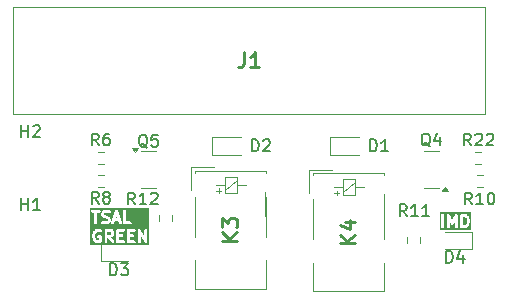
<source format=gbr>
%TF.GenerationSoftware,KiCad,Pcbnew,9.0.1*%
%TF.CreationDate,2025-06-14T22:11:49+02:00*%
%TF.ProjectId,PUTM_EV_CART_INDICATOR,5055544d-5f45-4565-9f43-4152545f494e,rev?*%
%TF.SameCoordinates,Original*%
%TF.FileFunction,Legend,Top*%
%TF.FilePolarity,Positive*%
%FSLAX46Y46*%
G04 Gerber Fmt 4.6, Leading zero omitted, Abs format (unit mm)*
G04 Created by KiCad (PCBNEW 9.0.1) date 2025-06-14 22:11:49*
%MOMM*%
%LPD*%
G01*
G04 APERTURE LIST*
%ADD10C,0.250000*%
%ADD11C,0.150000*%
%ADD12C,0.254000*%
%ADD13C,0.120000*%
%ADD14C,0.100000*%
G04 APERTURE END LIST*
D10*
G36*
X121835044Y-78021491D02*
G01*
X121895072Y-78081519D01*
X121927483Y-78146342D01*
X121968043Y-78308579D01*
X121968043Y-78420658D01*
X121927483Y-78582894D01*
X121895073Y-78647715D01*
X121835043Y-78707746D01*
X121739427Y-78739619D01*
X121646615Y-78739619D01*
X121646615Y-77989619D01*
X121739427Y-77989619D01*
X121835044Y-78021491D01*
G37*
G36*
X122343043Y-79114619D02*
G01*
X119652568Y-79114619D01*
X119652568Y-77864619D01*
X119777568Y-77864619D01*
X119777568Y-78864619D01*
X119779970Y-78889005D01*
X119798634Y-78934065D01*
X119833122Y-78968553D01*
X119878182Y-78987217D01*
X119926954Y-78987217D01*
X119972014Y-78968553D01*
X120006502Y-78934065D01*
X120025166Y-78889005D01*
X120027568Y-78864619D01*
X120027568Y-77864619D01*
X120253758Y-77864619D01*
X120253758Y-78864619D01*
X120256160Y-78889005D01*
X120274824Y-78934065D01*
X120309312Y-78968553D01*
X120354372Y-78987217D01*
X120403144Y-78987217D01*
X120448204Y-78968553D01*
X120482692Y-78934065D01*
X120501356Y-78889005D01*
X120503758Y-78864619D01*
X120503758Y-78428065D01*
X120598818Y-78631765D01*
X120604107Y-78640694D01*
X120605208Y-78643720D01*
X120607167Y-78645860D01*
X120611307Y-78652847D01*
X120625315Y-78665675D01*
X120638148Y-78679688D01*
X120643180Y-78682036D01*
X120647276Y-78685787D01*
X120665126Y-78692278D01*
X120682344Y-78700313D01*
X120687893Y-78700556D01*
X120693113Y-78702455D01*
X120712091Y-78701620D01*
X120731070Y-78702455D01*
X120736289Y-78700556D01*
X120741838Y-78700313D01*
X120759051Y-78692279D01*
X120776907Y-78685787D01*
X120781003Y-78682035D01*
X120786034Y-78679688D01*
X120798864Y-78665677D01*
X120812875Y-78652847D01*
X120817014Y-78645860D01*
X120818974Y-78643720D01*
X120820074Y-78640694D01*
X120825364Y-78631765D01*
X120920424Y-78428064D01*
X120920424Y-78864619D01*
X120922826Y-78889005D01*
X120941490Y-78934065D01*
X120975978Y-78968553D01*
X121021038Y-78987217D01*
X121069810Y-78987217D01*
X121114870Y-78968553D01*
X121149358Y-78934065D01*
X121168022Y-78889005D01*
X121170424Y-78864619D01*
X121170424Y-77864619D01*
X121396615Y-77864619D01*
X121396615Y-78864619D01*
X121399017Y-78889005D01*
X121417681Y-78934065D01*
X121452169Y-78968553D01*
X121497229Y-78987217D01*
X121521615Y-78989619D01*
X121759710Y-78989619D01*
X121772053Y-78988403D01*
X121775344Y-78988637D01*
X121779673Y-78987652D01*
X121784096Y-78987217D01*
X121787147Y-78985953D01*
X121799238Y-78983204D01*
X121942095Y-78935586D01*
X121964470Y-78925595D01*
X121967862Y-78922652D01*
X121972014Y-78920933D01*
X121990956Y-78905388D01*
X122086194Y-78810149D01*
X122094062Y-78800560D01*
X122096554Y-78798400D01*
X122098918Y-78794643D01*
X122101739Y-78791207D01*
X122103003Y-78788155D01*
X122109608Y-78777663D01*
X122157227Y-78682425D01*
X122157910Y-78680639D01*
X122158447Y-78679915D01*
X122162102Y-78669685D01*
X122165985Y-78659539D01*
X122166048Y-78658639D01*
X122166692Y-78656840D01*
X122214311Y-78466364D01*
X122214936Y-78462134D01*
X122215641Y-78460433D01*
X122216545Y-78451253D01*
X122217895Y-78442124D01*
X122217623Y-78440301D01*
X122218043Y-78436047D01*
X122218043Y-78293190D01*
X122217623Y-78288935D01*
X122217895Y-78287113D01*
X122216545Y-78277983D01*
X122215641Y-78268804D01*
X122214936Y-78267102D01*
X122214311Y-78262873D01*
X122166692Y-78072397D01*
X122166048Y-78070597D01*
X122165985Y-78069698D01*
X122162102Y-78059551D01*
X122158447Y-78049322D01*
X122157910Y-78048597D01*
X122157227Y-78046812D01*
X122109608Y-77951574D01*
X122103000Y-77941077D01*
X122101738Y-77938030D01*
X122098921Y-77934598D01*
X122096554Y-77930837D01*
X122094059Y-77928673D01*
X122086193Y-77919088D01*
X121990955Y-77823850D01*
X121972013Y-77808305D01*
X121967863Y-77806586D01*
X121964470Y-77803643D01*
X121942095Y-77793652D01*
X121799238Y-77746034D01*
X121787147Y-77743284D01*
X121784096Y-77742021D01*
X121779673Y-77741585D01*
X121775344Y-77740601D01*
X121772053Y-77740834D01*
X121759710Y-77739619D01*
X121521615Y-77739619D01*
X121497229Y-77742021D01*
X121452169Y-77760685D01*
X121417681Y-77795173D01*
X121399017Y-77840233D01*
X121396615Y-77864619D01*
X121170424Y-77864619D01*
X121168845Y-77848591D01*
X121168975Y-77845640D01*
X121168398Y-77844054D01*
X121168022Y-77840233D01*
X121159722Y-77820196D01*
X121152307Y-77799803D01*
X121150424Y-77797747D01*
X121149358Y-77795173D01*
X121134020Y-77779835D01*
X121119367Y-77763835D01*
X121116841Y-77762656D01*
X121114870Y-77760685D01*
X121094831Y-77752384D01*
X121075171Y-77743210D01*
X121072384Y-77743087D01*
X121069810Y-77742021D01*
X121048124Y-77742021D01*
X121026446Y-77741068D01*
X121023825Y-77742021D01*
X121021038Y-77742021D01*
X121000994Y-77750323D01*
X120980609Y-77757736D01*
X120978553Y-77759618D01*
X120975978Y-77760685D01*
X120960635Y-77776027D01*
X120944640Y-77790676D01*
X120942682Y-77793980D01*
X120941490Y-77795173D01*
X120940360Y-77797900D01*
X120932151Y-77811758D01*
X120712090Y-78283315D01*
X120492031Y-77811758D01*
X120483821Y-77797900D01*
X120482692Y-77795173D01*
X120481499Y-77793980D01*
X120479542Y-77790676D01*
X120463541Y-77776022D01*
X120448204Y-77760685D01*
X120445629Y-77759618D01*
X120443574Y-77757736D01*
X120423180Y-77750320D01*
X120403144Y-77742021D01*
X120400358Y-77742021D01*
X120397737Y-77741068D01*
X120376058Y-77742021D01*
X120354372Y-77742021D01*
X120351797Y-77743087D01*
X120349011Y-77743210D01*
X120329350Y-77752384D01*
X120309312Y-77760685D01*
X120307340Y-77762656D01*
X120304815Y-77763835D01*
X120290161Y-77779835D01*
X120274824Y-77795173D01*
X120273757Y-77797747D01*
X120271875Y-77799803D01*
X120264459Y-77820196D01*
X120256160Y-77840233D01*
X120255783Y-77844054D01*
X120255207Y-77845640D01*
X120255336Y-77848591D01*
X120253758Y-77864619D01*
X120027568Y-77864619D01*
X120025166Y-77840233D01*
X120006502Y-77795173D01*
X119972014Y-77760685D01*
X119926954Y-77742021D01*
X119878182Y-77742021D01*
X119833122Y-77760685D01*
X119798634Y-77795173D01*
X119779970Y-77840233D01*
X119777568Y-77864619D01*
X119652568Y-77864619D01*
X119652568Y-77614619D01*
X122343043Y-77614619D01*
X122343043Y-79114619D01*
G37*
G36*
X91804713Y-79279969D02*
G01*
X91823645Y-79298902D01*
X91848996Y-79349603D01*
X91848996Y-79433443D01*
X91823645Y-79484144D01*
X91804713Y-79503077D01*
X91754012Y-79528428D01*
X91527568Y-79528428D01*
X91527568Y-79254619D01*
X91754012Y-79254619D01*
X91804713Y-79279969D01*
G37*
G36*
X92371997Y-78108960D02*
G01*
X92242663Y-78108960D01*
X92307329Y-77914959D01*
X92371997Y-78108960D01*
G37*
G36*
X95033520Y-80379619D02*
G01*
X90012113Y-80379619D01*
X90012113Y-79558190D01*
X90229949Y-79558190D01*
X90229949Y-79701047D01*
X90230368Y-79705301D01*
X90230097Y-79707123D01*
X90231446Y-79716251D01*
X90232351Y-79725433D01*
X90233055Y-79727134D01*
X90233681Y-79731364D01*
X90281300Y-79921840D01*
X90281943Y-79923639D01*
X90282007Y-79924539D01*
X90285889Y-79934685D01*
X90289545Y-79944915D01*
X90290081Y-79945639D01*
X90290765Y-79947425D01*
X90338383Y-80042662D01*
X90344989Y-80053156D01*
X90346253Y-80056207D01*
X90349073Y-80059643D01*
X90351438Y-80063400D01*
X90353929Y-80065560D01*
X90361798Y-80075149D01*
X90457036Y-80170388D01*
X90475978Y-80185933D01*
X90480129Y-80187652D01*
X90483522Y-80190595D01*
X90505897Y-80200585D01*
X90648753Y-80248204D01*
X90660846Y-80250953D01*
X90663896Y-80252217D01*
X90668317Y-80252652D01*
X90672647Y-80253637D01*
X90675938Y-80253403D01*
X90688282Y-80254619D01*
X90783520Y-80254619D01*
X90795863Y-80253403D01*
X90799154Y-80253637D01*
X90803483Y-80252652D01*
X90807906Y-80252217D01*
X90810957Y-80250953D01*
X90823048Y-80248204D01*
X90965905Y-80200586D01*
X90988280Y-80190595D01*
X90991672Y-80187652D01*
X90995824Y-80185933D01*
X91014766Y-80170387D01*
X91062385Y-80122768D01*
X91077925Y-80103830D01*
X91077930Y-80103826D01*
X91096594Y-80058766D01*
X91098996Y-80034380D01*
X91098996Y-79701047D01*
X91096594Y-79676661D01*
X91077930Y-79631601D01*
X91043442Y-79597113D01*
X90998382Y-79578449D01*
X90973996Y-79576047D01*
X90783520Y-79576047D01*
X90759134Y-79578449D01*
X90714074Y-79597113D01*
X90679586Y-79631601D01*
X90660922Y-79676661D01*
X90660922Y-79725433D01*
X90679586Y-79770493D01*
X90714074Y-79804981D01*
X90759134Y-79823645D01*
X90783520Y-79826047D01*
X90848996Y-79826047D01*
X90848996Y-79976032D01*
X90763237Y-80004619D01*
X90708568Y-80004619D01*
X90612949Y-79972746D01*
X90552918Y-79912715D01*
X90520508Y-79847896D01*
X90479949Y-79685658D01*
X90479949Y-79573579D01*
X90520508Y-79411341D01*
X90552919Y-79346520D01*
X90612947Y-79286491D01*
X90708568Y-79254619D01*
X90801631Y-79254619D01*
X90870475Y-79289041D01*
X90893361Y-79297799D01*
X90942010Y-79301256D01*
X90988281Y-79285833D01*
X91025126Y-79253877D01*
X91046937Y-79210254D01*
X91050395Y-79161604D01*
X91039734Y-79129619D01*
X91277568Y-79129619D01*
X91277568Y-80129619D01*
X91279970Y-80154005D01*
X91298634Y-80199065D01*
X91333122Y-80233553D01*
X91378182Y-80252217D01*
X91426954Y-80252217D01*
X91472014Y-80233553D01*
X91506502Y-80199065D01*
X91525166Y-80154005D01*
X91527568Y-80129619D01*
X91527568Y-79778428D01*
X91575581Y-79778428D01*
X91871592Y-80201302D01*
X91887544Y-80219902D01*
X91928675Y-80246114D01*
X91976706Y-80254590D01*
X92024324Y-80244040D01*
X92064279Y-80216071D01*
X92090491Y-80174941D01*
X92098967Y-80126909D01*
X92088417Y-80079292D01*
X92076400Y-80057936D01*
X91863188Y-79753347D01*
X91934659Y-79717613D01*
X91945157Y-79711003D01*
X91948204Y-79709742D01*
X91951635Y-79706926D01*
X91955397Y-79704558D01*
X91957560Y-79702063D01*
X91967146Y-79694197D01*
X92014765Y-79646579D01*
X92022634Y-79636990D01*
X92025126Y-79634829D01*
X92027491Y-79631071D01*
X92030310Y-79627637D01*
X92031573Y-79624586D01*
X92038180Y-79614092D01*
X92085799Y-79518854D01*
X92094557Y-79495968D01*
X92094875Y-79491487D01*
X92096594Y-79487338D01*
X92098996Y-79462952D01*
X92098996Y-79320095D01*
X92096594Y-79295709D01*
X92094875Y-79291559D01*
X92094557Y-79287079D01*
X92085799Y-79264193D01*
X92038180Y-79168955D01*
X92031573Y-79158460D01*
X92030310Y-79155410D01*
X92027491Y-79151975D01*
X92025126Y-79148218D01*
X92022634Y-79146056D01*
X92014765Y-79136468D01*
X92007916Y-79129619D01*
X92277568Y-79129619D01*
X92277568Y-80129619D01*
X92279970Y-80154005D01*
X92298634Y-80199065D01*
X92333122Y-80233553D01*
X92378182Y-80252217D01*
X92402568Y-80254619D01*
X92878758Y-80254619D01*
X92903144Y-80252217D01*
X92948204Y-80233553D01*
X92982692Y-80199065D01*
X93001356Y-80154005D01*
X93001356Y-80105233D01*
X92982692Y-80060173D01*
X92948204Y-80025685D01*
X92903144Y-80007021D01*
X92878758Y-80004619D01*
X92527568Y-80004619D01*
X92527568Y-79730809D01*
X92735901Y-79730809D01*
X92760287Y-79728407D01*
X92805347Y-79709743D01*
X92839835Y-79675255D01*
X92858499Y-79630195D01*
X92858499Y-79581423D01*
X92839835Y-79536363D01*
X92805347Y-79501875D01*
X92760287Y-79483211D01*
X92735901Y-79480809D01*
X92527568Y-79480809D01*
X92527568Y-79254619D01*
X92878758Y-79254619D01*
X92903144Y-79252217D01*
X92948204Y-79233553D01*
X92982692Y-79199065D01*
X93001356Y-79154005D01*
X93001356Y-79129619D01*
X93182330Y-79129619D01*
X93182330Y-80129619D01*
X93184732Y-80154005D01*
X93203396Y-80199065D01*
X93237884Y-80233553D01*
X93282944Y-80252217D01*
X93307330Y-80254619D01*
X93783520Y-80254619D01*
X93807906Y-80252217D01*
X93852966Y-80233553D01*
X93887454Y-80199065D01*
X93906118Y-80154005D01*
X93906118Y-80105233D01*
X93887454Y-80060173D01*
X93852966Y-80025685D01*
X93807906Y-80007021D01*
X93783520Y-80004619D01*
X93432330Y-80004619D01*
X93432330Y-79730809D01*
X93640663Y-79730809D01*
X93665049Y-79728407D01*
X93710109Y-79709743D01*
X93744597Y-79675255D01*
X93763261Y-79630195D01*
X93763261Y-79581423D01*
X93744597Y-79536363D01*
X93710109Y-79501875D01*
X93665049Y-79483211D01*
X93640663Y-79480809D01*
X93432330Y-79480809D01*
X93432330Y-79254619D01*
X93783520Y-79254619D01*
X93807906Y-79252217D01*
X93852966Y-79233553D01*
X93887454Y-79199065D01*
X93906118Y-79154005D01*
X93906118Y-79129619D01*
X94087092Y-79129619D01*
X94087092Y-80129619D01*
X94089494Y-80154005D01*
X94108158Y-80199065D01*
X94142646Y-80233553D01*
X94187706Y-80252217D01*
X94236478Y-80252217D01*
X94281538Y-80233553D01*
X94316026Y-80199065D01*
X94334690Y-80154005D01*
X94337092Y-80129619D01*
X94337092Y-79600313D01*
X94674990Y-80191636D01*
X94678636Y-80196773D01*
X94679586Y-80199065D01*
X94681920Y-80201399D01*
X94689174Y-80211618D01*
X94702318Y-80221797D01*
X94714074Y-80233553D01*
X94721434Y-80236601D01*
X94727735Y-80241481D01*
X94743776Y-80245855D01*
X94759134Y-80252217D01*
X94767101Y-80252217D01*
X94774790Y-80254314D01*
X94791285Y-80252217D01*
X94807906Y-80252217D01*
X94815266Y-80249168D01*
X94823173Y-80248163D01*
X94837607Y-80239914D01*
X94852966Y-80233553D01*
X94858600Y-80227918D01*
X94865519Y-80223965D01*
X94875698Y-80210820D01*
X94887454Y-80199065D01*
X94890502Y-80191704D01*
X94895382Y-80185404D01*
X94899757Y-80169361D01*
X94906118Y-80154005D01*
X94907346Y-80141535D01*
X94908215Y-80138350D01*
X94907902Y-80135890D01*
X94908520Y-80129619D01*
X94908520Y-79129619D01*
X94906118Y-79105233D01*
X94887454Y-79060173D01*
X94852966Y-79025685D01*
X94807906Y-79007021D01*
X94759134Y-79007021D01*
X94714074Y-79025685D01*
X94679586Y-79060173D01*
X94660922Y-79105233D01*
X94658520Y-79129619D01*
X94658520Y-79658923D01*
X94320622Y-79067602D01*
X94316975Y-79062464D01*
X94316026Y-79060173D01*
X94313691Y-79057838D01*
X94306438Y-79047620D01*
X94293293Y-79037440D01*
X94281538Y-79025685D01*
X94274177Y-79022636D01*
X94267877Y-79017757D01*
X94251835Y-79013382D01*
X94236478Y-79007021D01*
X94228511Y-79007021D01*
X94220822Y-79004924D01*
X94204327Y-79007021D01*
X94187706Y-79007021D01*
X94180345Y-79010069D01*
X94172439Y-79011075D01*
X94158004Y-79019323D01*
X94142646Y-79025685D01*
X94137011Y-79031319D01*
X94130093Y-79035273D01*
X94119913Y-79048417D01*
X94108158Y-79060173D01*
X94105109Y-79067533D01*
X94100230Y-79073834D01*
X94095855Y-79089875D01*
X94089494Y-79105233D01*
X94088265Y-79117704D01*
X94087397Y-79120889D01*
X94087709Y-79123348D01*
X94087092Y-79129619D01*
X93906118Y-79129619D01*
X93906118Y-79105233D01*
X93887454Y-79060173D01*
X93852966Y-79025685D01*
X93807906Y-79007021D01*
X93783520Y-79004619D01*
X93307330Y-79004619D01*
X93282944Y-79007021D01*
X93237884Y-79025685D01*
X93203396Y-79060173D01*
X93184732Y-79105233D01*
X93182330Y-79129619D01*
X93001356Y-79129619D01*
X93001356Y-79105233D01*
X92982692Y-79060173D01*
X92948204Y-79025685D01*
X92903144Y-79007021D01*
X92878758Y-79004619D01*
X92402568Y-79004619D01*
X92378182Y-79007021D01*
X92333122Y-79025685D01*
X92298634Y-79060173D01*
X92279970Y-79105233D01*
X92277568Y-79129619D01*
X92007916Y-79129619D01*
X91967146Y-79088850D01*
X91957560Y-79080983D01*
X91955397Y-79078489D01*
X91951635Y-79076120D01*
X91948204Y-79073305D01*
X91945157Y-79072043D01*
X91934659Y-79065434D01*
X91839422Y-79017816D01*
X91816536Y-79009058D01*
X91812054Y-79008739D01*
X91807906Y-79007021D01*
X91783520Y-79004619D01*
X91402568Y-79004619D01*
X91378182Y-79007021D01*
X91333122Y-79025685D01*
X91298634Y-79060173D01*
X91279970Y-79105233D01*
X91277568Y-79129619D01*
X91039734Y-79129619D01*
X91034972Y-79115334D01*
X91003016Y-79078489D01*
X90982278Y-79065434D01*
X90887041Y-79017816D01*
X90864155Y-79009058D01*
X90859673Y-79008739D01*
X90855525Y-79007021D01*
X90831139Y-79004619D01*
X90688282Y-79004619D01*
X90675938Y-79005834D01*
X90672647Y-79005601D01*
X90668317Y-79006585D01*
X90663896Y-79007021D01*
X90660846Y-79008284D01*
X90648753Y-79011034D01*
X90505897Y-79058653D01*
X90483522Y-79068643D01*
X90480128Y-79071586D01*
X90475979Y-79073305D01*
X90457037Y-79088850D01*
X90361799Y-79184088D01*
X90353932Y-79193673D01*
X90351438Y-79195837D01*
X90349069Y-79199598D01*
X90346254Y-79203030D01*
X90344992Y-79206076D01*
X90338383Y-79216575D01*
X90290765Y-79311812D01*
X90290081Y-79313597D01*
X90289545Y-79314322D01*
X90285889Y-79324551D01*
X90282007Y-79334698D01*
X90281943Y-79335597D01*
X90281300Y-79337397D01*
X90233681Y-79527873D01*
X90233055Y-79532102D01*
X90232351Y-79533804D01*
X90231446Y-79542985D01*
X90230097Y-79552114D01*
X90230368Y-79553935D01*
X90229949Y-79558190D01*
X90012113Y-79558190D01*
X90012113Y-77495289D01*
X90137113Y-77495289D01*
X90137113Y-77544061D01*
X90155777Y-77589121D01*
X90190265Y-77623609D01*
X90235325Y-77642273D01*
X90259711Y-77644675D01*
X90420425Y-77644675D01*
X90420425Y-78519675D01*
X90422827Y-78544061D01*
X90441491Y-78589121D01*
X90475979Y-78623609D01*
X90521039Y-78642273D01*
X90569811Y-78642273D01*
X90614871Y-78623609D01*
X90649359Y-78589121D01*
X90668023Y-78544061D01*
X90670425Y-78519675D01*
X90670425Y-77710151D01*
X90991854Y-77710151D01*
X90991854Y-77805389D01*
X90994256Y-77829775D01*
X90995974Y-77833923D01*
X90996293Y-77838405D01*
X91005051Y-77861291D01*
X91052669Y-77956528D01*
X91059278Y-77967026D01*
X91060540Y-77970073D01*
X91063355Y-77973504D01*
X91065724Y-77977266D01*
X91068218Y-77979429D01*
X91076085Y-77989015D01*
X91123703Y-78036634D01*
X91133291Y-78044503D01*
X91135453Y-78046995D01*
X91139210Y-78049360D01*
X91142645Y-78052179D01*
X91145695Y-78053442D01*
X91156190Y-78060049D01*
X91251428Y-78107668D01*
X91253213Y-78108351D01*
X91253938Y-78108888D01*
X91264167Y-78112543D01*
X91274314Y-78116426D01*
X91275213Y-78116489D01*
X91277013Y-78117133D01*
X91454179Y-78161424D01*
X91518999Y-78193834D01*
X91537931Y-78212767D01*
X91563282Y-78263468D01*
X91563282Y-78299689D01*
X91537930Y-78350392D01*
X91518999Y-78369324D01*
X91468298Y-78394675D01*
X91279997Y-78394675D01*
X91156382Y-78353471D01*
X91132488Y-78348038D01*
X91083839Y-78351495D01*
X91040214Y-78373307D01*
X91008259Y-78410153D01*
X90992836Y-78456422D01*
X90996293Y-78505071D01*
X91018105Y-78548696D01*
X91054951Y-78580651D01*
X91077326Y-78590641D01*
X91220182Y-78638260D01*
X91232275Y-78641009D01*
X91235325Y-78642273D01*
X91239746Y-78642708D01*
X91244076Y-78643693D01*
X91247367Y-78643459D01*
X91259711Y-78644675D01*
X91497806Y-78644675D01*
X91522192Y-78642273D01*
X91526340Y-78640554D01*
X91530822Y-78640236D01*
X91553708Y-78631478D01*
X91648945Y-78583860D01*
X91659441Y-78577252D01*
X91662491Y-78575989D01*
X91665924Y-78573170D01*
X91669683Y-78570805D01*
X91671845Y-78568311D01*
X91681433Y-78560443D01*
X91729052Y-78512824D01*
X91736258Y-78504041D01*
X91849979Y-78504041D01*
X91853436Y-78552690D01*
X91875248Y-78596315D01*
X91912094Y-78628270D01*
X91958363Y-78643693D01*
X92007012Y-78640236D01*
X92050637Y-78618424D01*
X92082592Y-78581578D01*
X92092582Y-78559203D01*
X92159330Y-78358960D01*
X92455330Y-78358960D01*
X92522077Y-78559203D01*
X92532068Y-78581578D01*
X92564023Y-78618424D01*
X92607647Y-78640236D01*
X92656297Y-78643693D01*
X92702566Y-78628270D01*
X92739412Y-78596314D01*
X92761224Y-78552690D01*
X92764681Y-78504040D01*
X92759248Y-78480146D01*
X92439091Y-77519675D01*
X92848997Y-77519675D01*
X92848997Y-78519675D01*
X92851399Y-78544061D01*
X92870063Y-78589121D01*
X92904551Y-78623609D01*
X92949611Y-78642273D01*
X92973997Y-78644675D01*
X93450187Y-78644675D01*
X93474573Y-78642273D01*
X93519633Y-78623609D01*
X93554121Y-78589121D01*
X93572785Y-78544061D01*
X93572785Y-78495289D01*
X93554121Y-78450229D01*
X93519633Y-78415741D01*
X93474573Y-78397077D01*
X93450187Y-78394675D01*
X93098997Y-78394675D01*
X93098997Y-77519675D01*
X93096595Y-77495289D01*
X93077931Y-77450229D01*
X93043443Y-77415741D01*
X92998383Y-77397077D01*
X92949611Y-77397077D01*
X92904551Y-77415741D01*
X92870063Y-77450229D01*
X92851399Y-77495289D01*
X92848997Y-77519675D01*
X92439091Y-77519675D01*
X92425915Y-77480147D01*
X92415925Y-77457772D01*
X92410073Y-77451024D01*
X92406079Y-77443036D01*
X92394241Y-77432769D01*
X92383970Y-77420926D01*
X92375978Y-77416930D01*
X92369233Y-77411080D01*
X92354365Y-77406124D01*
X92340345Y-77399114D01*
X92331435Y-77398480D01*
X92322964Y-77395657D01*
X92307329Y-77396767D01*
X92291696Y-77395657D01*
X92283224Y-77398480D01*
X92274314Y-77399114D01*
X92260292Y-77406125D01*
X92245427Y-77411080D01*
X92238681Y-77416930D01*
X92230690Y-77420926D01*
X92220421Y-77432766D01*
X92208581Y-77443035D01*
X92204585Y-77451025D01*
X92198735Y-77457772D01*
X92188744Y-77480147D01*
X91855412Y-78480147D01*
X91849979Y-78504041D01*
X91736258Y-78504041D01*
X91736919Y-78503236D01*
X91739412Y-78501075D01*
X91741778Y-78497315D01*
X91744597Y-78493881D01*
X91745859Y-78490832D01*
X91752466Y-78480338D01*
X91800085Y-78385100D01*
X91808843Y-78362214D01*
X91809161Y-78357733D01*
X91810880Y-78353584D01*
X91813282Y-78329198D01*
X91813282Y-78233960D01*
X91810880Y-78209574D01*
X91809161Y-78205424D01*
X91808843Y-78200944D01*
X91800085Y-78178058D01*
X91752466Y-78082820D01*
X91745859Y-78072325D01*
X91744596Y-78069275D01*
X91741777Y-78065840D01*
X91739412Y-78062083D01*
X91736920Y-78059921D01*
X91729051Y-78050333D01*
X91681432Y-78002715D01*
X91671846Y-77994848D01*
X91669683Y-77992354D01*
X91665921Y-77989985D01*
X91662490Y-77987170D01*
X91659443Y-77985908D01*
X91648945Y-77979299D01*
X91553708Y-77931681D01*
X91551922Y-77930997D01*
X91551198Y-77930461D01*
X91540968Y-77926805D01*
X91530822Y-77922923D01*
X91529922Y-77922859D01*
X91528123Y-77922216D01*
X91350958Y-77877924D01*
X91286137Y-77845514D01*
X91267204Y-77826582D01*
X91241854Y-77775881D01*
X91241854Y-77739659D01*
X91267204Y-77688957D01*
X91286137Y-77670025D01*
X91336839Y-77644675D01*
X91525142Y-77644675D01*
X91648753Y-77685879D01*
X91672647Y-77691312D01*
X91721297Y-77687855D01*
X91764921Y-77666043D01*
X91796877Y-77629197D01*
X91812300Y-77582928D01*
X91808843Y-77534278D01*
X91787031Y-77490654D01*
X91750185Y-77458699D01*
X91727810Y-77448708D01*
X91584953Y-77401090D01*
X91572862Y-77398340D01*
X91569811Y-77397077D01*
X91565388Y-77396641D01*
X91561059Y-77395657D01*
X91557768Y-77395890D01*
X91545425Y-77394675D01*
X91307330Y-77394675D01*
X91282944Y-77397077D01*
X91278794Y-77398795D01*
X91274314Y-77399114D01*
X91251428Y-77407872D01*
X91156190Y-77455491D01*
X91145695Y-77462097D01*
X91142645Y-77463361D01*
X91139210Y-77466179D01*
X91135453Y-77468545D01*
X91133291Y-77471036D01*
X91123703Y-77478906D01*
X91076085Y-77526525D01*
X91068218Y-77536110D01*
X91065724Y-77538274D01*
X91063355Y-77542035D01*
X91060540Y-77545467D01*
X91059278Y-77548513D01*
X91052669Y-77559012D01*
X91005051Y-77654249D01*
X90996293Y-77677135D01*
X90995974Y-77681616D01*
X90994256Y-77685765D01*
X90991854Y-77710151D01*
X90670425Y-77710151D01*
X90670425Y-77644675D01*
X90831139Y-77644675D01*
X90855525Y-77642273D01*
X90900585Y-77623609D01*
X90935073Y-77589121D01*
X90953737Y-77544061D01*
X90953737Y-77495289D01*
X90935073Y-77450229D01*
X90900585Y-77415741D01*
X90855525Y-77397077D01*
X90831139Y-77394675D01*
X90259711Y-77394675D01*
X90235325Y-77397077D01*
X90190265Y-77415741D01*
X90155777Y-77450229D01*
X90137113Y-77495289D01*
X90012113Y-77495289D01*
X90012113Y-77269675D01*
X95033520Y-77269675D01*
X95033520Y-80379619D01*
G37*
D11*
X94904761Y-72150057D02*
X94809523Y-72102438D01*
X94809523Y-72102438D02*
X94714285Y-72007200D01*
X94714285Y-72007200D02*
X94571428Y-71864342D01*
X94571428Y-71864342D02*
X94476190Y-71816723D01*
X94476190Y-71816723D02*
X94380952Y-71816723D01*
X94428571Y-72054819D02*
X94333333Y-72007200D01*
X94333333Y-72007200D02*
X94238095Y-71911961D01*
X94238095Y-71911961D02*
X94190476Y-71721485D01*
X94190476Y-71721485D02*
X94190476Y-71388152D01*
X94190476Y-71388152D02*
X94238095Y-71197676D01*
X94238095Y-71197676D02*
X94333333Y-71102438D01*
X94333333Y-71102438D02*
X94428571Y-71054819D01*
X94428571Y-71054819D02*
X94619047Y-71054819D01*
X94619047Y-71054819D02*
X94714285Y-71102438D01*
X94714285Y-71102438D02*
X94809523Y-71197676D01*
X94809523Y-71197676D02*
X94857142Y-71388152D01*
X94857142Y-71388152D02*
X94857142Y-71721485D01*
X94857142Y-71721485D02*
X94809523Y-71911961D01*
X94809523Y-71911961D02*
X94714285Y-72007200D01*
X94714285Y-72007200D02*
X94619047Y-72054819D01*
X94619047Y-72054819D02*
X94428571Y-72054819D01*
X95761904Y-71054819D02*
X95285714Y-71054819D01*
X95285714Y-71054819D02*
X95238095Y-71531009D01*
X95238095Y-71531009D02*
X95285714Y-71483390D01*
X95285714Y-71483390D02*
X95380952Y-71435771D01*
X95380952Y-71435771D02*
X95619047Y-71435771D01*
X95619047Y-71435771D02*
X95714285Y-71483390D01*
X95714285Y-71483390D02*
X95761904Y-71531009D01*
X95761904Y-71531009D02*
X95809523Y-71626247D01*
X95809523Y-71626247D02*
X95809523Y-71864342D01*
X95809523Y-71864342D02*
X95761904Y-71959580D01*
X95761904Y-71959580D02*
X95714285Y-72007200D01*
X95714285Y-72007200D02*
X95619047Y-72054819D01*
X95619047Y-72054819D02*
X95380952Y-72054819D01*
X95380952Y-72054819D02*
X95285714Y-72007200D01*
X95285714Y-72007200D02*
X95238095Y-71959580D01*
D12*
X102511818Y-80037381D02*
X101241818Y-80037381D01*
X102511818Y-79311666D02*
X101786103Y-79855952D01*
X101241818Y-79311666D02*
X101967532Y-80037381D01*
X101241818Y-78888333D02*
X101241818Y-78102142D01*
X101241818Y-78102142D02*
X101725627Y-78525476D01*
X101725627Y-78525476D02*
X101725627Y-78344047D01*
X101725627Y-78344047D02*
X101786103Y-78223095D01*
X101786103Y-78223095D02*
X101846580Y-78162619D01*
X101846580Y-78162619D02*
X101967532Y-78102142D01*
X101967532Y-78102142D02*
X102269913Y-78102142D01*
X102269913Y-78102142D02*
X102390865Y-78162619D01*
X102390865Y-78162619D02*
X102451342Y-78223095D01*
X102451342Y-78223095D02*
X102511818Y-78344047D01*
X102511818Y-78344047D02*
X102511818Y-78706904D01*
X102511818Y-78706904D02*
X102451342Y-78827857D01*
X102451342Y-78827857D02*
X102390865Y-78888333D01*
D11*
X103761905Y-72454819D02*
X103761905Y-71454819D01*
X103761905Y-71454819D02*
X104000000Y-71454819D01*
X104000000Y-71454819D02*
X104142857Y-71502438D01*
X104142857Y-71502438D02*
X104238095Y-71597676D01*
X104238095Y-71597676D02*
X104285714Y-71692914D01*
X104285714Y-71692914D02*
X104333333Y-71883390D01*
X104333333Y-71883390D02*
X104333333Y-72026247D01*
X104333333Y-72026247D02*
X104285714Y-72216723D01*
X104285714Y-72216723D02*
X104238095Y-72311961D01*
X104238095Y-72311961D02*
X104142857Y-72407200D01*
X104142857Y-72407200D02*
X104000000Y-72454819D01*
X104000000Y-72454819D02*
X103761905Y-72454819D01*
X104714286Y-71550057D02*
X104761905Y-71502438D01*
X104761905Y-71502438D02*
X104857143Y-71454819D01*
X104857143Y-71454819D02*
X105095238Y-71454819D01*
X105095238Y-71454819D02*
X105190476Y-71502438D01*
X105190476Y-71502438D02*
X105238095Y-71550057D01*
X105238095Y-71550057D02*
X105285714Y-71645295D01*
X105285714Y-71645295D02*
X105285714Y-71740533D01*
X105285714Y-71740533D02*
X105238095Y-71883390D01*
X105238095Y-71883390D02*
X104666667Y-72454819D01*
X104666667Y-72454819D02*
X105285714Y-72454819D01*
X93857142Y-76954819D02*
X93523809Y-76478628D01*
X93285714Y-76954819D02*
X93285714Y-75954819D01*
X93285714Y-75954819D02*
X93666666Y-75954819D01*
X93666666Y-75954819D02*
X93761904Y-76002438D01*
X93761904Y-76002438D02*
X93809523Y-76050057D01*
X93809523Y-76050057D02*
X93857142Y-76145295D01*
X93857142Y-76145295D02*
X93857142Y-76288152D01*
X93857142Y-76288152D02*
X93809523Y-76383390D01*
X93809523Y-76383390D02*
X93761904Y-76431009D01*
X93761904Y-76431009D02*
X93666666Y-76478628D01*
X93666666Y-76478628D02*
X93285714Y-76478628D01*
X94809523Y-76954819D02*
X94238095Y-76954819D01*
X94523809Y-76954819D02*
X94523809Y-75954819D01*
X94523809Y-75954819D02*
X94428571Y-76097676D01*
X94428571Y-76097676D02*
X94333333Y-76192914D01*
X94333333Y-76192914D02*
X94238095Y-76240533D01*
X95190476Y-76050057D02*
X95238095Y-76002438D01*
X95238095Y-76002438D02*
X95333333Y-75954819D01*
X95333333Y-75954819D02*
X95571428Y-75954819D01*
X95571428Y-75954819D02*
X95666666Y-76002438D01*
X95666666Y-76002438D02*
X95714285Y-76050057D01*
X95714285Y-76050057D02*
X95761904Y-76145295D01*
X95761904Y-76145295D02*
X95761904Y-76240533D01*
X95761904Y-76240533D02*
X95714285Y-76383390D01*
X95714285Y-76383390D02*
X95142857Y-76954819D01*
X95142857Y-76954819D02*
X95761904Y-76954819D01*
X113761905Y-72454819D02*
X113761905Y-71454819D01*
X113761905Y-71454819D02*
X114000000Y-71454819D01*
X114000000Y-71454819D02*
X114142857Y-71502438D01*
X114142857Y-71502438D02*
X114238095Y-71597676D01*
X114238095Y-71597676D02*
X114285714Y-71692914D01*
X114285714Y-71692914D02*
X114333333Y-71883390D01*
X114333333Y-71883390D02*
X114333333Y-72026247D01*
X114333333Y-72026247D02*
X114285714Y-72216723D01*
X114285714Y-72216723D02*
X114238095Y-72311961D01*
X114238095Y-72311961D02*
X114142857Y-72407200D01*
X114142857Y-72407200D02*
X114000000Y-72454819D01*
X114000000Y-72454819D02*
X113761905Y-72454819D01*
X115285714Y-72454819D02*
X114714286Y-72454819D01*
X115000000Y-72454819D02*
X115000000Y-71454819D01*
X115000000Y-71454819D02*
X114904762Y-71597676D01*
X114904762Y-71597676D02*
X114809524Y-71692914D01*
X114809524Y-71692914D02*
X114714286Y-71740533D01*
D12*
X112511818Y-80237381D02*
X111241818Y-80237381D01*
X112511818Y-79511666D02*
X111786103Y-80055952D01*
X111241818Y-79511666D02*
X111967532Y-80237381D01*
X111665151Y-78423095D02*
X112511818Y-78423095D01*
X111181342Y-78725476D02*
X112088484Y-79027857D01*
X112088484Y-79027857D02*
X112088484Y-78241666D01*
D11*
X120199405Y-81884819D02*
X120199405Y-80884819D01*
X120199405Y-80884819D02*
X120437500Y-80884819D01*
X120437500Y-80884819D02*
X120580357Y-80932438D01*
X120580357Y-80932438D02*
X120675595Y-81027676D01*
X120675595Y-81027676D02*
X120723214Y-81122914D01*
X120723214Y-81122914D02*
X120770833Y-81313390D01*
X120770833Y-81313390D02*
X120770833Y-81456247D01*
X120770833Y-81456247D02*
X120723214Y-81646723D01*
X120723214Y-81646723D02*
X120675595Y-81741961D01*
X120675595Y-81741961D02*
X120580357Y-81837200D01*
X120580357Y-81837200D02*
X120437500Y-81884819D01*
X120437500Y-81884819D02*
X120199405Y-81884819D01*
X121627976Y-81218152D02*
X121627976Y-81884819D01*
X121389881Y-80837200D02*
X121151786Y-81551485D01*
X121151786Y-81551485D02*
X121770833Y-81551485D01*
X122294642Y-71954819D02*
X121961309Y-71478628D01*
X121723214Y-71954819D02*
X121723214Y-70954819D01*
X121723214Y-70954819D02*
X122104166Y-70954819D01*
X122104166Y-70954819D02*
X122199404Y-71002438D01*
X122199404Y-71002438D02*
X122247023Y-71050057D01*
X122247023Y-71050057D02*
X122294642Y-71145295D01*
X122294642Y-71145295D02*
X122294642Y-71288152D01*
X122294642Y-71288152D02*
X122247023Y-71383390D01*
X122247023Y-71383390D02*
X122199404Y-71431009D01*
X122199404Y-71431009D02*
X122104166Y-71478628D01*
X122104166Y-71478628D02*
X121723214Y-71478628D01*
X122675595Y-71050057D02*
X122723214Y-71002438D01*
X122723214Y-71002438D02*
X122818452Y-70954819D01*
X122818452Y-70954819D02*
X123056547Y-70954819D01*
X123056547Y-70954819D02*
X123151785Y-71002438D01*
X123151785Y-71002438D02*
X123199404Y-71050057D01*
X123199404Y-71050057D02*
X123247023Y-71145295D01*
X123247023Y-71145295D02*
X123247023Y-71240533D01*
X123247023Y-71240533D02*
X123199404Y-71383390D01*
X123199404Y-71383390D02*
X122627976Y-71954819D01*
X122627976Y-71954819D02*
X123247023Y-71954819D01*
X123627976Y-71050057D02*
X123675595Y-71002438D01*
X123675595Y-71002438D02*
X123770833Y-70954819D01*
X123770833Y-70954819D02*
X124008928Y-70954819D01*
X124008928Y-70954819D02*
X124104166Y-71002438D01*
X124104166Y-71002438D02*
X124151785Y-71050057D01*
X124151785Y-71050057D02*
X124199404Y-71145295D01*
X124199404Y-71145295D02*
X124199404Y-71240533D01*
X124199404Y-71240533D02*
X124151785Y-71383390D01*
X124151785Y-71383390D02*
X123580357Y-71954819D01*
X123580357Y-71954819D02*
X124199404Y-71954819D01*
X84238095Y-77454819D02*
X84238095Y-76454819D01*
X84238095Y-76931009D02*
X84809523Y-76931009D01*
X84809523Y-77454819D02*
X84809523Y-76454819D01*
X85809523Y-77454819D02*
X85238095Y-77454819D01*
X85523809Y-77454819D02*
X85523809Y-76454819D01*
X85523809Y-76454819D02*
X85428571Y-76597676D01*
X85428571Y-76597676D02*
X85333333Y-76692914D01*
X85333333Y-76692914D02*
X85238095Y-76740533D01*
X118842261Y-72050057D02*
X118747023Y-72002438D01*
X118747023Y-72002438D02*
X118651785Y-71907200D01*
X118651785Y-71907200D02*
X118508928Y-71764342D01*
X118508928Y-71764342D02*
X118413690Y-71716723D01*
X118413690Y-71716723D02*
X118318452Y-71716723D01*
X118366071Y-71954819D02*
X118270833Y-71907200D01*
X118270833Y-71907200D02*
X118175595Y-71811961D01*
X118175595Y-71811961D02*
X118127976Y-71621485D01*
X118127976Y-71621485D02*
X118127976Y-71288152D01*
X118127976Y-71288152D02*
X118175595Y-71097676D01*
X118175595Y-71097676D02*
X118270833Y-71002438D01*
X118270833Y-71002438D02*
X118366071Y-70954819D01*
X118366071Y-70954819D02*
X118556547Y-70954819D01*
X118556547Y-70954819D02*
X118651785Y-71002438D01*
X118651785Y-71002438D02*
X118747023Y-71097676D01*
X118747023Y-71097676D02*
X118794642Y-71288152D01*
X118794642Y-71288152D02*
X118794642Y-71621485D01*
X118794642Y-71621485D02*
X118747023Y-71811961D01*
X118747023Y-71811961D02*
X118651785Y-71907200D01*
X118651785Y-71907200D02*
X118556547Y-71954819D01*
X118556547Y-71954819D02*
X118366071Y-71954819D01*
X119651785Y-71288152D02*
X119651785Y-71954819D01*
X119413690Y-70907200D02*
X119175595Y-71621485D01*
X119175595Y-71621485D02*
X119794642Y-71621485D01*
X84238095Y-71254819D02*
X84238095Y-70254819D01*
X84238095Y-70731009D02*
X84809523Y-70731009D01*
X84809523Y-71254819D02*
X84809523Y-70254819D01*
X85238095Y-70350057D02*
X85285714Y-70302438D01*
X85285714Y-70302438D02*
X85380952Y-70254819D01*
X85380952Y-70254819D02*
X85619047Y-70254819D01*
X85619047Y-70254819D02*
X85714285Y-70302438D01*
X85714285Y-70302438D02*
X85761904Y-70350057D01*
X85761904Y-70350057D02*
X85809523Y-70445295D01*
X85809523Y-70445295D02*
X85809523Y-70540533D01*
X85809523Y-70540533D02*
X85761904Y-70683390D01*
X85761904Y-70683390D02*
X85190476Y-71254819D01*
X85190476Y-71254819D02*
X85809523Y-71254819D01*
X90770833Y-71954819D02*
X90437500Y-71478628D01*
X90199405Y-71954819D02*
X90199405Y-70954819D01*
X90199405Y-70954819D02*
X90580357Y-70954819D01*
X90580357Y-70954819D02*
X90675595Y-71002438D01*
X90675595Y-71002438D02*
X90723214Y-71050057D01*
X90723214Y-71050057D02*
X90770833Y-71145295D01*
X90770833Y-71145295D02*
X90770833Y-71288152D01*
X90770833Y-71288152D02*
X90723214Y-71383390D01*
X90723214Y-71383390D02*
X90675595Y-71431009D01*
X90675595Y-71431009D02*
X90580357Y-71478628D01*
X90580357Y-71478628D02*
X90199405Y-71478628D01*
X91627976Y-70954819D02*
X91437500Y-70954819D01*
X91437500Y-70954819D02*
X91342262Y-71002438D01*
X91342262Y-71002438D02*
X91294643Y-71050057D01*
X91294643Y-71050057D02*
X91199405Y-71192914D01*
X91199405Y-71192914D02*
X91151786Y-71383390D01*
X91151786Y-71383390D02*
X91151786Y-71764342D01*
X91151786Y-71764342D02*
X91199405Y-71859580D01*
X91199405Y-71859580D02*
X91247024Y-71907200D01*
X91247024Y-71907200D02*
X91342262Y-71954819D01*
X91342262Y-71954819D02*
X91532738Y-71954819D01*
X91532738Y-71954819D02*
X91627976Y-71907200D01*
X91627976Y-71907200D02*
X91675595Y-71859580D01*
X91675595Y-71859580D02*
X91723214Y-71764342D01*
X91723214Y-71764342D02*
X91723214Y-71526247D01*
X91723214Y-71526247D02*
X91675595Y-71431009D01*
X91675595Y-71431009D02*
X91627976Y-71383390D01*
X91627976Y-71383390D02*
X91532738Y-71335771D01*
X91532738Y-71335771D02*
X91342262Y-71335771D01*
X91342262Y-71335771D02*
X91247024Y-71383390D01*
X91247024Y-71383390D02*
X91199405Y-71431009D01*
X91199405Y-71431009D02*
X91151786Y-71526247D01*
X122382142Y-76954819D02*
X122048809Y-76478628D01*
X121810714Y-76954819D02*
X121810714Y-75954819D01*
X121810714Y-75954819D02*
X122191666Y-75954819D01*
X122191666Y-75954819D02*
X122286904Y-76002438D01*
X122286904Y-76002438D02*
X122334523Y-76050057D01*
X122334523Y-76050057D02*
X122382142Y-76145295D01*
X122382142Y-76145295D02*
X122382142Y-76288152D01*
X122382142Y-76288152D02*
X122334523Y-76383390D01*
X122334523Y-76383390D02*
X122286904Y-76431009D01*
X122286904Y-76431009D02*
X122191666Y-76478628D01*
X122191666Y-76478628D02*
X121810714Y-76478628D01*
X123334523Y-76954819D02*
X122763095Y-76954819D01*
X123048809Y-76954819D02*
X123048809Y-75954819D01*
X123048809Y-75954819D02*
X122953571Y-76097676D01*
X122953571Y-76097676D02*
X122858333Y-76192914D01*
X122858333Y-76192914D02*
X122763095Y-76240533D01*
X123953571Y-75954819D02*
X124048809Y-75954819D01*
X124048809Y-75954819D02*
X124144047Y-76002438D01*
X124144047Y-76002438D02*
X124191666Y-76050057D01*
X124191666Y-76050057D02*
X124239285Y-76145295D01*
X124239285Y-76145295D02*
X124286904Y-76335771D01*
X124286904Y-76335771D02*
X124286904Y-76573866D01*
X124286904Y-76573866D02*
X124239285Y-76764342D01*
X124239285Y-76764342D02*
X124191666Y-76859580D01*
X124191666Y-76859580D02*
X124144047Y-76907200D01*
X124144047Y-76907200D02*
X124048809Y-76954819D01*
X124048809Y-76954819D02*
X123953571Y-76954819D01*
X123953571Y-76954819D02*
X123858333Y-76907200D01*
X123858333Y-76907200D02*
X123810714Y-76859580D01*
X123810714Y-76859580D02*
X123763095Y-76764342D01*
X123763095Y-76764342D02*
X123715476Y-76573866D01*
X123715476Y-76573866D02*
X123715476Y-76335771D01*
X123715476Y-76335771D02*
X123763095Y-76145295D01*
X123763095Y-76145295D02*
X123810714Y-76050057D01*
X123810714Y-76050057D02*
X123858333Y-76002438D01*
X123858333Y-76002438D02*
X123953571Y-75954819D01*
X91761905Y-82954819D02*
X91761905Y-81954819D01*
X91761905Y-81954819D02*
X92000000Y-81954819D01*
X92000000Y-81954819D02*
X92142857Y-82002438D01*
X92142857Y-82002438D02*
X92238095Y-82097676D01*
X92238095Y-82097676D02*
X92285714Y-82192914D01*
X92285714Y-82192914D02*
X92333333Y-82383390D01*
X92333333Y-82383390D02*
X92333333Y-82526247D01*
X92333333Y-82526247D02*
X92285714Y-82716723D01*
X92285714Y-82716723D02*
X92238095Y-82811961D01*
X92238095Y-82811961D02*
X92142857Y-82907200D01*
X92142857Y-82907200D02*
X92000000Y-82954819D01*
X92000000Y-82954819D02*
X91761905Y-82954819D01*
X92666667Y-81954819D02*
X93285714Y-81954819D01*
X93285714Y-81954819D02*
X92952381Y-82335771D01*
X92952381Y-82335771D02*
X93095238Y-82335771D01*
X93095238Y-82335771D02*
X93190476Y-82383390D01*
X93190476Y-82383390D02*
X93238095Y-82431009D01*
X93238095Y-82431009D02*
X93285714Y-82526247D01*
X93285714Y-82526247D02*
X93285714Y-82764342D01*
X93285714Y-82764342D02*
X93238095Y-82859580D01*
X93238095Y-82859580D02*
X93190476Y-82907200D01*
X93190476Y-82907200D02*
X93095238Y-82954819D01*
X93095238Y-82954819D02*
X92809524Y-82954819D01*
X92809524Y-82954819D02*
X92714286Y-82907200D01*
X92714286Y-82907200D02*
X92666667Y-82859580D01*
X90770833Y-76884819D02*
X90437500Y-76408628D01*
X90199405Y-76884819D02*
X90199405Y-75884819D01*
X90199405Y-75884819D02*
X90580357Y-75884819D01*
X90580357Y-75884819D02*
X90675595Y-75932438D01*
X90675595Y-75932438D02*
X90723214Y-75980057D01*
X90723214Y-75980057D02*
X90770833Y-76075295D01*
X90770833Y-76075295D02*
X90770833Y-76218152D01*
X90770833Y-76218152D02*
X90723214Y-76313390D01*
X90723214Y-76313390D02*
X90675595Y-76361009D01*
X90675595Y-76361009D02*
X90580357Y-76408628D01*
X90580357Y-76408628D02*
X90199405Y-76408628D01*
X91342262Y-76313390D02*
X91247024Y-76265771D01*
X91247024Y-76265771D02*
X91199405Y-76218152D01*
X91199405Y-76218152D02*
X91151786Y-76122914D01*
X91151786Y-76122914D02*
X91151786Y-76075295D01*
X91151786Y-76075295D02*
X91199405Y-75980057D01*
X91199405Y-75980057D02*
X91247024Y-75932438D01*
X91247024Y-75932438D02*
X91342262Y-75884819D01*
X91342262Y-75884819D02*
X91532738Y-75884819D01*
X91532738Y-75884819D02*
X91627976Y-75932438D01*
X91627976Y-75932438D02*
X91675595Y-75980057D01*
X91675595Y-75980057D02*
X91723214Y-76075295D01*
X91723214Y-76075295D02*
X91723214Y-76122914D01*
X91723214Y-76122914D02*
X91675595Y-76218152D01*
X91675595Y-76218152D02*
X91627976Y-76265771D01*
X91627976Y-76265771D02*
X91532738Y-76313390D01*
X91532738Y-76313390D02*
X91342262Y-76313390D01*
X91342262Y-76313390D02*
X91247024Y-76361009D01*
X91247024Y-76361009D02*
X91199405Y-76408628D01*
X91199405Y-76408628D02*
X91151786Y-76503866D01*
X91151786Y-76503866D02*
X91151786Y-76694342D01*
X91151786Y-76694342D02*
X91199405Y-76789580D01*
X91199405Y-76789580D02*
X91247024Y-76837200D01*
X91247024Y-76837200D02*
X91342262Y-76884819D01*
X91342262Y-76884819D02*
X91532738Y-76884819D01*
X91532738Y-76884819D02*
X91627976Y-76837200D01*
X91627976Y-76837200D02*
X91675595Y-76789580D01*
X91675595Y-76789580D02*
X91723214Y-76694342D01*
X91723214Y-76694342D02*
X91723214Y-76503866D01*
X91723214Y-76503866D02*
X91675595Y-76408628D01*
X91675595Y-76408628D02*
X91627976Y-76361009D01*
X91627976Y-76361009D02*
X91532738Y-76313390D01*
D12*
X103076667Y-64084318D02*
X103076667Y-64991461D01*
X103076667Y-64991461D02*
X103016190Y-65172889D01*
X103016190Y-65172889D02*
X102895238Y-65293842D01*
X102895238Y-65293842D02*
X102713809Y-65354318D01*
X102713809Y-65354318D02*
X102592857Y-65354318D01*
X104346667Y-65354318D02*
X103620952Y-65354318D01*
X103983809Y-65354318D02*
X103983809Y-64084318D01*
X103983809Y-64084318D02*
X103862857Y-64265746D01*
X103862857Y-64265746D02*
X103741905Y-64386699D01*
X103741905Y-64386699D02*
X103620952Y-64447175D01*
D11*
X116857142Y-77954819D02*
X116523809Y-77478628D01*
X116285714Y-77954819D02*
X116285714Y-76954819D01*
X116285714Y-76954819D02*
X116666666Y-76954819D01*
X116666666Y-76954819D02*
X116761904Y-77002438D01*
X116761904Y-77002438D02*
X116809523Y-77050057D01*
X116809523Y-77050057D02*
X116857142Y-77145295D01*
X116857142Y-77145295D02*
X116857142Y-77288152D01*
X116857142Y-77288152D02*
X116809523Y-77383390D01*
X116809523Y-77383390D02*
X116761904Y-77431009D01*
X116761904Y-77431009D02*
X116666666Y-77478628D01*
X116666666Y-77478628D02*
X116285714Y-77478628D01*
X117809523Y-77954819D02*
X117238095Y-77954819D01*
X117523809Y-77954819D02*
X117523809Y-76954819D01*
X117523809Y-76954819D02*
X117428571Y-77097676D01*
X117428571Y-77097676D02*
X117333333Y-77192914D01*
X117333333Y-77192914D02*
X117238095Y-77240533D01*
X118761904Y-77954819D02*
X118190476Y-77954819D01*
X118476190Y-77954819D02*
X118476190Y-76954819D01*
X118476190Y-76954819D02*
X118380952Y-77097676D01*
X118380952Y-77097676D02*
X118285714Y-77192914D01*
X118285714Y-77192914D02*
X118190476Y-77240533D01*
D13*
%TO.C,Q5*%
X95000000Y-72440000D02*
X94350000Y-72440000D01*
X95000000Y-72440000D02*
X95650000Y-72440000D01*
X95000000Y-75560000D02*
X94350000Y-75560000D01*
X95000000Y-75560000D02*
X95650000Y-75560000D01*
X93837500Y-72490000D02*
X93597500Y-72160000D01*
X94077500Y-72160000D01*
X93837500Y-72490000D01*
G36*
X93837500Y-72490000D02*
G01*
X93597500Y-72160000D01*
X94077500Y-72160000D01*
X93837500Y-72490000D01*
G37*
%TO.C,K3*%
X98627500Y-73800000D02*
X100527500Y-73800000D01*
X98627500Y-75750000D02*
X98627500Y-73800000D01*
X98917500Y-74100000D02*
X98917500Y-74300000D01*
X98917500Y-76300000D02*
X98917500Y-79700000D01*
X98917500Y-81700000D02*
X98917500Y-84100000D01*
X98917500Y-84100000D02*
X104917500Y-84100000D01*
X100937500Y-75600000D02*
X100937500Y-76000000D01*
X101137500Y-75800000D02*
X100737500Y-75800000D01*
X101477500Y-74600000D02*
X101477500Y-76000000D01*
X101477500Y-75300000D02*
X100677500Y-75300000D01*
X101477500Y-75700000D02*
X102477500Y-74900000D01*
X102477500Y-74600000D02*
X101477500Y-74600000D01*
X102477500Y-75300000D02*
X103277500Y-75300000D01*
X102477500Y-76000000D02*
X101477500Y-76000000D01*
X102477500Y-76000000D02*
X102477500Y-74600000D01*
D14*
X104897500Y-75900000D02*
X104897500Y-77900000D01*
D13*
X104917500Y-74100000D02*
X98917500Y-74100000D01*
X104917500Y-74300000D02*
X104917500Y-74100000D01*
X104917500Y-76300000D02*
X104917500Y-79700000D01*
X104917500Y-84100000D02*
X104917500Y-81700000D01*
%TO.C,D2*%
X100340000Y-71265000D02*
X100340000Y-72735000D01*
X100340000Y-72735000D02*
X102800000Y-72735000D01*
X102800000Y-71265000D02*
X100340000Y-71265000D01*
%TO.C,R12*%
X95915000Y-77832776D02*
X95915000Y-78342224D01*
X96960000Y-77832776D02*
X96960000Y-78342224D01*
%TO.C,D1*%
X110340000Y-71265000D02*
X110340000Y-72735000D01*
X110340000Y-72735000D02*
X112800000Y-72735000D01*
X112800000Y-71265000D02*
X110340000Y-71265000D01*
%TO.C,K4*%
X108627500Y-74000000D02*
X110527500Y-74000000D01*
X108627500Y-75950000D02*
X108627500Y-74000000D01*
X108917500Y-74300000D02*
X108917500Y-74500000D01*
X108917500Y-76500000D02*
X108917500Y-79900000D01*
X108917500Y-81900000D02*
X108917500Y-84300000D01*
X108917500Y-84300000D02*
X114917500Y-84300000D01*
X110937500Y-75800000D02*
X110937500Y-76200000D01*
X111137500Y-76000000D02*
X110737500Y-76000000D01*
X111477500Y-74800000D02*
X111477500Y-76200000D01*
X111477500Y-75500000D02*
X110677500Y-75500000D01*
X111477500Y-75900000D02*
X112477500Y-75100000D01*
X112477500Y-74800000D02*
X111477500Y-74800000D01*
X112477500Y-75500000D02*
X113277500Y-75500000D01*
X112477500Y-76200000D02*
X111477500Y-76200000D01*
X112477500Y-76200000D02*
X112477500Y-74800000D01*
D14*
X114897500Y-76100000D02*
X114897500Y-78100000D01*
D13*
X114917500Y-74300000D02*
X108917500Y-74300000D01*
X114917500Y-74500000D02*
X114917500Y-74300000D01*
X114917500Y-76500000D02*
X114917500Y-79900000D01*
X114917500Y-84300000D02*
X114917500Y-81900000D01*
%TO.C,D4*%
X120137500Y-80735000D02*
X122422500Y-80735000D01*
X122422500Y-79265000D02*
X120137500Y-79265000D01*
X122422500Y-80735000D02*
X122422500Y-79265000D01*
%TO.C,R22*%
X123192224Y-72477500D02*
X122682776Y-72477500D01*
X123192224Y-73522500D02*
X122682776Y-73522500D01*
%TO.C,Q4*%
X118937500Y-72440000D02*
X118287500Y-72440000D01*
X118937500Y-72440000D02*
X119587500Y-72440000D01*
X118937500Y-75560000D02*
X118287500Y-75560000D01*
X118937500Y-75560000D02*
X119587500Y-75560000D01*
X120340000Y-75840000D02*
X119860000Y-75840000D01*
X120100000Y-75510000D01*
X120340000Y-75840000D01*
G36*
X120340000Y-75840000D02*
G01*
X119860000Y-75840000D01*
X120100000Y-75510000D01*
X120340000Y-75840000D01*
G37*
%TO.C,R6*%
X91192224Y-72477500D02*
X90682776Y-72477500D01*
X91192224Y-73522500D02*
X90682776Y-73522500D01*
%TO.C,R10*%
X122770276Y-74477500D02*
X123279724Y-74477500D01*
X122770276Y-75522500D02*
X123279724Y-75522500D01*
%TO.C,D3*%
X91015000Y-80265000D02*
X91015000Y-81735000D01*
X91015000Y-81735000D02*
X93300000Y-81735000D01*
X93300000Y-80265000D02*
X91015000Y-80265000D01*
%TO.C,R8*%
X91192224Y-74477500D02*
X90682776Y-74477500D01*
X91192224Y-75522500D02*
X90682776Y-75522500D01*
D14*
%TO.C,J1*%
X83500000Y-60280000D02*
X123500000Y-60280000D01*
X83500000Y-69280000D02*
X83500000Y-60280000D01*
X123500000Y-60280000D02*
X123500000Y-69280000D01*
X123500000Y-69280000D02*
X83500000Y-69280000D01*
D13*
%TO.C,R11*%
X116915000Y-79745276D02*
X116915000Y-80254724D01*
X117960000Y-79745276D02*
X117960000Y-80254724D01*
%TD*%
M02*

</source>
